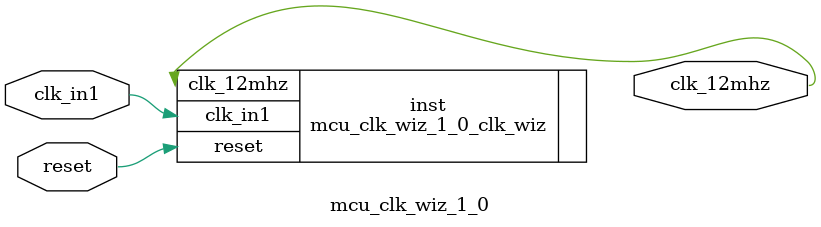
<source format=v>


`timescale 1ps/1ps

(* CORE_GENERATION_INFO = "mcu_clk_wiz_1_0,clk_wiz_v6_0_2_0_0,{component_name=mcu_clk_wiz_1_0,use_phase_alignment=true,use_min_o_jitter=false,use_max_i_jitter=false,use_dyn_phase_shift=false,use_inclk_switchover=false,use_dyn_reconfig=false,enable_axi=0,feedback_source=FDBK_AUTO,PRIMITIVE=PLL,num_out_clk=1,clkin1_period=10.000,clkin2_period=10.000,use_power_down=false,use_reset=true,use_locked=false,use_inclk_stopped=false,feedback_type=SINGLE,CLOCK_MGR_TYPE=NA,manual_override=false}" *)

module mcu_clk_wiz_1_0 
 (
  // Clock out ports
  output        clk_12mhz,
  // Status and control signals
  input         reset,
 // Clock in ports
  input         clk_in1
 );

  mcu_clk_wiz_1_0_clk_wiz inst
  (
  // Clock out ports  
  .clk_12mhz(clk_12mhz),
  // Status and control signals               
  .reset(reset), 
 // Clock in ports
  .clk_in1(clk_in1)
  );

endmodule

</source>
